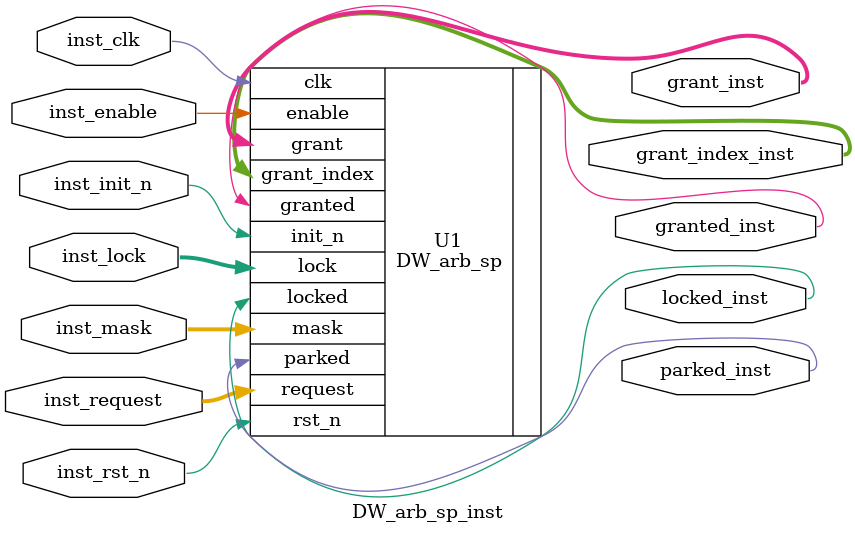
<source format=v>
module DW_arb_sp_inst( inst_clk, inst_rst_n, inst_init_n, inst_enable, inst_request,
		inst_lock, inst_mask, parked_inst, granted_inst, locked_inst,
		grant_inst, grant_index_inst );

parameter inst_n = 4;
parameter inst_park_mode = 1;
parameter inst_park_index = 0;
parameter inst_output_mode = 1;

`define bit_width_n 2	// bit_width_n is set to ceil(log2(n))

input inst_clk;
input inst_rst_n;
input inst_init_n;
input inst_enable;
input [inst_n-1 : 0] inst_request;
input [inst_n-1 : 0] inst_lock;
input [inst_n-1 : 0] inst_mask;
output parked_inst;
output granted_inst;
output locked_inst;
output [inst_n-1 : 0] grant_inst;
output [`bit_width_n-1 : 0] grant_index_inst;

    // Instance of DW_arb_sp
    DW_arb_sp #(inst_n, inst_park_mode, inst_park_index, inst_output_mode) U1 (
			.clk(inst_clk),
			.rst_n(inst_rst_n),
			.init_n(inst_init_n),
			.enable(inst_enable),
			.request(inst_request),
			.lock(inst_lock),
			.mask(inst_mask),
			.parked(parked_inst),
			.granted(granted_inst),
			.locked(locked_inst),
			.grant(grant_inst),
			.grant_index(grant_index_inst) );

endmodule

</source>
